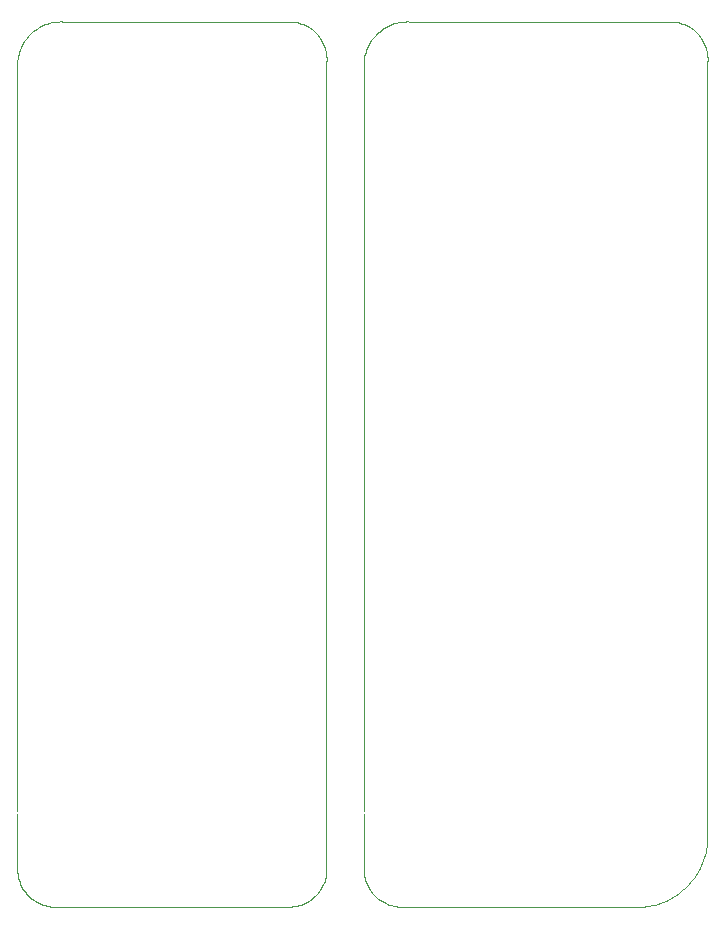
<source format=gko>
G75*
%MOIN*%
%OFA0B0*%
%FSLAX24Y24*%
%IPPOS*%
%LPD*%
%AMOC8*
5,1,8,0,0,1.08239X$1,22.5*
%
%ADD10C,0.0000*%
D10*
X000280Y001405D02*
X000280Y003205D01*
X000280Y003305D02*
X000280Y028305D01*
X000290Y028381D01*
X000303Y028456D01*
X000321Y028530D01*
X000343Y028603D01*
X000368Y028675D01*
X000397Y028746D01*
X000430Y028815D01*
X000466Y028882D01*
X000506Y028947D01*
X000549Y029010D01*
X000595Y029071D01*
X000645Y029129D01*
X000697Y029184D01*
X000753Y029237D01*
X000811Y029287D01*
X000871Y029333D01*
X000934Y029376D01*
X000999Y029416D01*
X001066Y029453D01*
X001135Y029486D01*
X001205Y029515D01*
X001277Y029541D01*
X001350Y029563D01*
X001425Y029581D01*
X001500Y029595D01*
X001575Y029605D01*
X001651Y029611D01*
X001728Y029613D01*
X001804Y029611D01*
X001880Y029605D01*
X009480Y029605D01*
X009547Y029595D01*
X009614Y029581D01*
X009680Y029564D01*
X009745Y029544D01*
X009809Y029519D01*
X009871Y029492D01*
X009932Y029461D01*
X009991Y029427D01*
X010048Y029389D01*
X010103Y029349D01*
X010156Y029305D01*
X010206Y029259D01*
X010254Y029211D01*
X010299Y029159D01*
X010341Y029106D01*
X010380Y029050D01*
X010416Y028992D01*
X010449Y028932D01*
X010478Y028871D01*
X010505Y028808D01*
X010527Y028744D01*
X010547Y028678D01*
X010562Y028612D01*
X010575Y028545D01*
X010583Y028477D01*
X010588Y028409D01*
X010589Y028341D01*
X010586Y028273D01*
X010580Y028205D01*
X010580Y001305D01*
X010575Y001237D01*
X010567Y001170D01*
X010555Y001103D01*
X010540Y001037D01*
X010521Y000972D01*
X010499Y000908D01*
X010473Y000846D01*
X010443Y000785D01*
X010411Y000725D01*
X010375Y000668D01*
X010337Y000612D01*
X010295Y000559D01*
X010250Y000508D01*
X010203Y000459D01*
X010153Y000413D01*
X010101Y000370D01*
X010047Y000330D01*
X009990Y000292D01*
X009932Y000258D01*
X009871Y000227D01*
X009809Y000200D01*
X009746Y000175D01*
X009682Y000154D01*
X009616Y000137D01*
X009550Y000123D01*
X009483Y000113D01*
X009415Y000107D01*
X009348Y000104D01*
X009280Y000105D01*
X001480Y000105D01*
X001410Y000110D01*
X001340Y000118D01*
X001271Y000131D01*
X001203Y000147D01*
X001136Y000168D01*
X001070Y000192D01*
X001005Y000219D01*
X000943Y000250D01*
X000882Y000285D01*
X000823Y000323D01*
X000766Y000364D01*
X000712Y000409D01*
X000660Y000456D01*
X000611Y000506D01*
X000565Y000559D01*
X000522Y000615D01*
X000482Y000672D01*
X000445Y000732D01*
X000412Y000794D01*
X000382Y000858D01*
X000356Y000923D01*
X000334Y000989D01*
X000315Y001057D01*
X000300Y001126D01*
X000289Y001195D01*
X000282Y001265D01*
X000279Y001335D01*
X000280Y001405D01*
X011830Y001405D02*
X011830Y003205D01*
X011830Y003305D02*
X011830Y028305D01*
X011839Y028378D01*
X011852Y028451D01*
X011869Y028523D01*
X011890Y028594D01*
X011914Y028664D01*
X011941Y028732D01*
X011972Y028799D01*
X012006Y028865D01*
X012044Y028928D01*
X012085Y028990D01*
X012129Y029049D01*
X012175Y029107D01*
X012225Y029161D01*
X012277Y029213D01*
X012332Y029263D01*
X012390Y029310D01*
X012449Y029353D01*
X012511Y029394D01*
X012575Y029431D01*
X012640Y029465D01*
X012707Y029496D01*
X012776Y029523D01*
X012846Y029547D01*
X012917Y029567D01*
X012989Y029584D01*
X013062Y029597D01*
X013135Y029606D01*
X013209Y029611D01*
X013283Y029613D01*
X013356Y029611D01*
X013430Y029605D01*
X022180Y029605D01*
X022247Y029595D01*
X022314Y029581D01*
X022380Y029564D01*
X022445Y029544D01*
X022509Y029519D01*
X022571Y029492D01*
X022632Y029461D01*
X022691Y029427D01*
X022748Y029389D01*
X022803Y029349D01*
X022856Y029305D01*
X022906Y029259D01*
X022954Y029211D01*
X022999Y029159D01*
X023041Y029106D01*
X023080Y029050D01*
X023116Y028992D01*
X023149Y028932D01*
X023178Y028871D01*
X023205Y028808D01*
X023227Y028744D01*
X023247Y028678D01*
X023262Y028612D01*
X023275Y028545D01*
X023283Y028477D01*
X023288Y028409D01*
X023289Y028341D01*
X023286Y028273D01*
X023280Y028205D01*
X023280Y002305D01*
X023272Y002210D01*
X023261Y002116D01*
X023245Y002023D01*
X023226Y001930D01*
X023203Y001838D01*
X023176Y001747D01*
X023146Y001657D01*
X023112Y001568D01*
X023074Y001481D01*
X023033Y001396D01*
X022989Y001312D01*
X022941Y001230D01*
X022890Y001150D01*
X022836Y001072D01*
X022779Y000996D01*
X022719Y000923D01*
X022656Y000852D01*
X022590Y000784D01*
X022521Y000719D01*
X022450Y000656D01*
X022376Y000596D01*
X022300Y000540D01*
X022222Y000486D01*
X022142Y000436D01*
X022059Y000388D01*
X021975Y000345D01*
X021889Y000304D01*
X021802Y000267D01*
X021713Y000234D01*
X021623Y000204D01*
X021532Y000178D01*
X021440Y000156D01*
X021347Y000137D01*
X021253Y000122D01*
X021159Y000111D01*
X021064Y000104D01*
X020970Y000100D01*
X020875Y000101D01*
X020780Y000105D01*
X013030Y000105D01*
X012960Y000110D01*
X012890Y000118D01*
X012821Y000131D01*
X012753Y000147D01*
X012686Y000168D01*
X012620Y000192D01*
X012555Y000219D01*
X012493Y000250D01*
X012432Y000285D01*
X012373Y000323D01*
X012316Y000364D01*
X012262Y000409D01*
X012210Y000456D01*
X012161Y000506D01*
X012115Y000559D01*
X012072Y000615D01*
X012032Y000672D01*
X011995Y000732D01*
X011962Y000794D01*
X011932Y000858D01*
X011906Y000923D01*
X011884Y000989D01*
X011865Y001057D01*
X011850Y001126D01*
X011839Y001195D01*
X011832Y001265D01*
X011829Y001335D01*
X011830Y001405D01*
M02*

</source>
